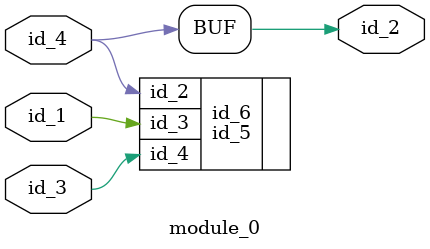
<source format=v>
module module_0 (
    id_1,
    id_2,
    id_3,
    id_4
);
  input id_4;
  input id_3;
  output id_2;
  input id_1;
  id_5 id_6 (
      .id_2(id_4),
      .id_3(id_1),
      .id_4(id_3),
      .id_3(id_1)
  );
  assign id_2 = id_4;
  id_7 id_8 (
      .id_9(1),
      .id_6(id_6),
      .id_4(id_9[id_2]),
      .id_6(id_6)
  );
endmodule

</source>
